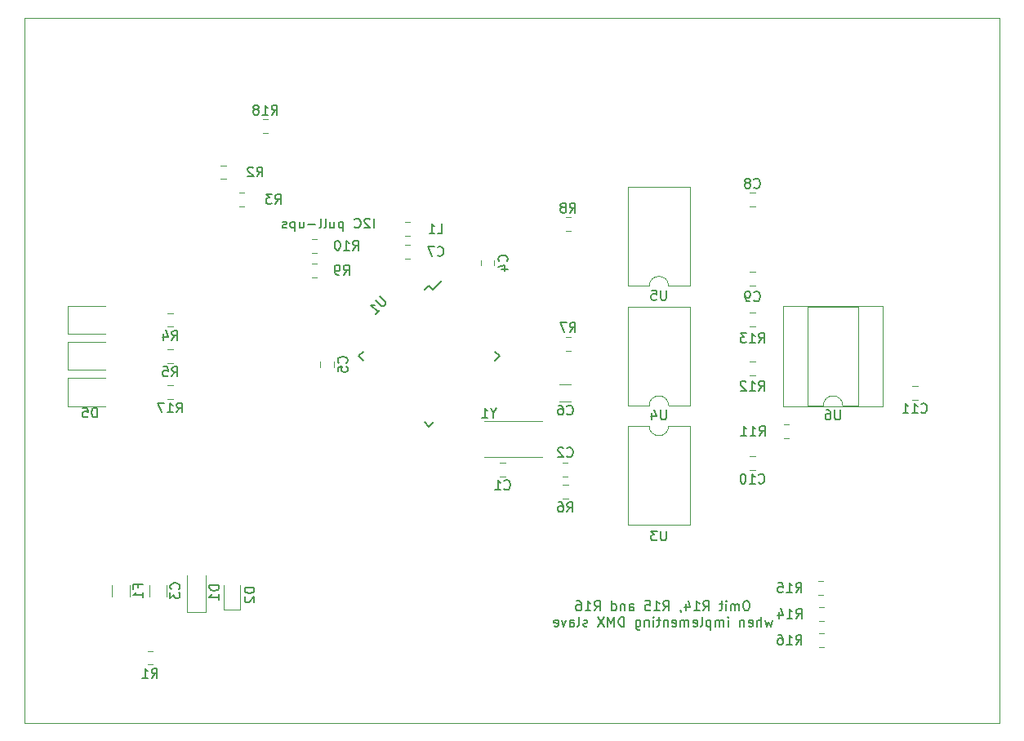
<source format=gbr>
G04 #@! TF.GenerationSoftware,KiCad,Pcbnew,5.1.2+dfsg1-1*
G04 #@! TF.CreationDate,2019-07-22T14:37:20+02:00*
G04 #@! TF.ProjectId,art_controller_3200,6172745f-636f-46e7-9472-6f6c6c65725f,A*
G04 #@! TF.SameCoordinates,Original*
G04 #@! TF.FileFunction,Legend,Bot*
G04 #@! TF.FilePolarity,Positive*
%FSLAX46Y46*%
G04 Gerber Fmt 4.6, Leading zero omitted, Abs format (unit mm)*
G04 Created by KiCad (PCBNEW 5.1.2+dfsg1-1) date 2019-07-22 14:37:20*
%MOMM*%
%LPD*%
G04 APERTURE LIST*
%ADD10C,0.050000*%
%ADD11C,0.150000*%
%ADD12C,0.120000*%
G04 APERTURE END LIST*
D10*
X195326000Y-63754000D02*
X94234000Y-63754000D01*
D11*
X130444285Y-85542380D02*
X130444285Y-84542380D01*
X130015714Y-84637619D02*
X129968095Y-84590000D01*
X129872857Y-84542380D01*
X129634761Y-84542380D01*
X129539523Y-84590000D01*
X129491904Y-84637619D01*
X129444285Y-84732857D01*
X129444285Y-84828095D01*
X129491904Y-84970952D01*
X130063333Y-85542380D01*
X129444285Y-85542380D01*
X128444285Y-85447142D02*
X128491904Y-85494761D01*
X128634761Y-85542380D01*
X128730000Y-85542380D01*
X128872857Y-85494761D01*
X128968095Y-85399523D01*
X129015714Y-85304285D01*
X129063333Y-85113809D01*
X129063333Y-84970952D01*
X129015714Y-84780476D01*
X128968095Y-84685238D01*
X128872857Y-84590000D01*
X128730000Y-84542380D01*
X128634761Y-84542380D01*
X128491904Y-84590000D01*
X128444285Y-84637619D01*
X127253809Y-84875714D02*
X127253809Y-85875714D01*
X127253809Y-84923333D02*
X127158571Y-84875714D01*
X126968095Y-84875714D01*
X126872857Y-84923333D01*
X126825238Y-84970952D01*
X126777619Y-85066190D01*
X126777619Y-85351904D01*
X126825238Y-85447142D01*
X126872857Y-85494761D01*
X126968095Y-85542380D01*
X127158571Y-85542380D01*
X127253809Y-85494761D01*
X125920476Y-84875714D02*
X125920476Y-85542380D01*
X126349047Y-84875714D02*
X126349047Y-85399523D01*
X126301428Y-85494761D01*
X126206190Y-85542380D01*
X126063333Y-85542380D01*
X125968095Y-85494761D01*
X125920476Y-85447142D01*
X125301428Y-85542380D02*
X125396666Y-85494761D01*
X125444285Y-85399523D01*
X125444285Y-84542380D01*
X124777619Y-85542380D02*
X124872857Y-85494761D01*
X124920476Y-85399523D01*
X124920476Y-84542380D01*
X124396666Y-85161428D02*
X123634761Y-85161428D01*
X122730000Y-84875714D02*
X122730000Y-85542380D01*
X123158571Y-84875714D02*
X123158571Y-85399523D01*
X123110952Y-85494761D01*
X123015714Y-85542380D01*
X122872857Y-85542380D01*
X122777619Y-85494761D01*
X122730000Y-85447142D01*
X122253809Y-84875714D02*
X122253809Y-85875714D01*
X122253809Y-84923333D02*
X122158571Y-84875714D01*
X121968095Y-84875714D01*
X121872857Y-84923333D01*
X121825238Y-84970952D01*
X121777619Y-85066190D01*
X121777619Y-85351904D01*
X121825238Y-85447142D01*
X121872857Y-85494761D01*
X121968095Y-85542380D01*
X122158571Y-85542380D01*
X122253809Y-85494761D01*
X121396666Y-85494761D02*
X121301428Y-85542380D01*
X121110952Y-85542380D01*
X121015714Y-85494761D01*
X120968095Y-85399523D01*
X120968095Y-85351904D01*
X121015714Y-85256666D01*
X121110952Y-85209047D01*
X121253809Y-85209047D01*
X121349047Y-85161428D01*
X121396666Y-85066190D01*
X121396666Y-85018571D01*
X121349047Y-84923333D01*
X121253809Y-84875714D01*
X121110952Y-84875714D01*
X121015714Y-84923333D01*
X169162904Y-124230380D02*
X168972428Y-124230380D01*
X168877190Y-124278000D01*
X168781952Y-124373238D01*
X168734333Y-124563714D01*
X168734333Y-124897047D01*
X168781952Y-125087523D01*
X168877190Y-125182761D01*
X168972428Y-125230380D01*
X169162904Y-125230380D01*
X169258142Y-125182761D01*
X169353380Y-125087523D01*
X169401000Y-124897047D01*
X169401000Y-124563714D01*
X169353380Y-124373238D01*
X169258142Y-124278000D01*
X169162904Y-124230380D01*
X168305761Y-125230380D02*
X168305761Y-124563714D01*
X168305761Y-124658952D02*
X168258142Y-124611333D01*
X168162904Y-124563714D01*
X168020047Y-124563714D01*
X167924809Y-124611333D01*
X167877190Y-124706571D01*
X167877190Y-125230380D01*
X167877190Y-124706571D02*
X167829571Y-124611333D01*
X167734333Y-124563714D01*
X167591476Y-124563714D01*
X167496238Y-124611333D01*
X167448619Y-124706571D01*
X167448619Y-125230380D01*
X166972428Y-125230380D02*
X166972428Y-124563714D01*
X166972428Y-124230380D02*
X167020047Y-124278000D01*
X166972428Y-124325619D01*
X166924809Y-124278000D01*
X166972428Y-124230380D01*
X166972428Y-124325619D01*
X166639095Y-124563714D02*
X166258142Y-124563714D01*
X166496238Y-124230380D02*
X166496238Y-125087523D01*
X166448619Y-125182761D01*
X166353380Y-125230380D01*
X166258142Y-125230380D01*
X164591476Y-125230380D02*
X164924809Y-124754190D01*
X165162904Y-125230380D02*
X165162904Y-124230380D01*
X164781952Y-124230380D01*
X164686714Y-124278000D01*
X164639095Y-124325619D01*
X164591476Y-124420857D01*
X164591476Y-124563714D01*
X164639095Y-124658952D01*
X164686714Y-124706571D01*
X164781952Y-124754190D01*
X165162904Y-124754190D01*
X163639095Y-125230380D02*
X164210523Y-125230380D01*
X163924809Y-125230380D02*
X163924809Y-124230380D01*
X164020047Y-124373238D01*
X164115285Y-124468476D01*
X164210523Y-124516095D01*
X162781952Y-124563714D02*
X162781952Y-125230380D01*
X163020047Y-124182761D02*
X163258142Y-124897047D01*
X162639095Y-124897047D01*
X162210523Y-125182761D02*
X162210523Y-125230380D01*
X162258142Y-125325619D01*
X162305761Y-125373238D01*
X160448619Y-125230380D02*
X160781952Y-124754190D01*
X161020047Y-125230380D02*
X161020047Y-124230380D01*
X160639095Y-124230380D01*
X160543857Y-124278000D01*
X160496238Y-124325619D01*
X160448619Y-124420857D01*
X160448619Y-124563714D01*
X160496238Y-124658952D01*
X160543857Y-124706571D01*
X160639095Y-124754190D01*
X161020047Y-124754190D01*
X159496238Y-125230380D02*
X160067666Y-125230380D01*
X159781952Y-125230380D02*
X159781952Y-124230380D01*
X159877190Y-124373238D01*
X159972428Y-124468476D01*
X160067666Y-124516095D01*
X158591476Y-124230380D02*
X159067666Y-124230380D01*
X159115285Y-124706571D01*
X159067666Y-124658952D01*
X158972428Y-124611333D01*
X158734333Y-124611333D01*
X158639095Y-124658952D01*
X158591476Y-124706571D01*
X158543857Y-124801809D01*
X158543857Y-125039904D01*
X158591476Y-125135142D01*
X158639095Y-125182761D01*
X158734333Y-125230380D01*
X158972428Y-125230380D01*
X159067666Y-125182761D01*
X159115285Y-125135142D01*
X156924809Y-125230380D02*
X156924809Y-124706571D01*
X156972428Y-124611333D01*
X157067666Y-124563714D01*
X157258142Y-124563714D01*
X157353380Y-124611333D01*
X156924809Y-125182761D02*
X157020047Y-125230380D01*
X157258142Y-125230380D01*
X157353380Y-125182761D01*
X157401000Y-125087523D01*
X157401000Y-124992285D01*
X157353380Y-124897047D01*
X157258142Y-124849428D01*
X157020047Y-124849428D01*
X156924809Y-124801809D01*
X156448619Y-124563714D02*
X156448619Y-125230380D01*
X156448619Y-124658952D02*
X156401000Y-124611333D01*
X156305761Y-124563714D01*
X156162904Y-124563714D01*
X156067666Y-124611333D01*
X156020047Y-124706571D01*
X156020047Y-125230380D01*
X155115285Y-125230380D02*
X155115285Y-124230380D01*
X155115285Y-125182761D02*
X155210523Y-125230380D01*
X155401000Y-125230380D01*
X155496238Y-125182761D01*
X155543857Y-125135142D01*
X155591476Y-125039904D01*
X155591476Y-124754190D01*
X155543857Y-124658952D01*
X155496238Y-124611333D01*
X155401000Y-124563714D01*
X155210523Y-124563714D01*
X155115285Y-124611333D01*
X153305761Y-125230380D02*
X153639095Y-124754190D01*
X153877190Y-125230380D02*
X153877190Y-124230380D01*
X153496238Y-124230380D01*
X153401000Y-124278000D01*
X153353380Y-124325619D01*
X153305761Y-124420857D01*
X153305761Y-124563714D01*
X153353380Y-124658952D01*
X153401000Y-124706571D01*
X153496238Y-124754190D01*
X153877190Y-124754190D01*
X152353380Y-125230380D02*
X152924809Y-125230380D01*
X152639095Y-125230380D02*
X152639095Y-124230380D01*
X152734333Y-124373238D01*
X152829571Y-124468476D01*
X152924809Y-124516095D01*
X151496238Y-124230380D02*
X151686714Y-124230380D01*
X151781952Y-124278000D01*
X151829571Y-124325619D01*
X151924809Y-124468476D01*
X151972428Y-124658952D01*
X151972428Y-125039904D01*
X151924809Y-125135142D01*
X151877190Y-125182761D01*
X151781952Y-125230380D01*
X151591476Y-125230380D01*
X151496238Y-125182761D01*
X151448619Y-125135142D01*
X151401000Y-125039904D01*
X151401000Y-124801809D01*
X151448619Y-124706571D01*
X151496238Y-124658952D01*
X151591476Y-124611333D01*
X151781952Y-124611333D01*
X151877190Y-124658952D01*
X151924809Y-124706571D01*
X151972428Y-124801809D01*
X171758142Y-126213714D02*
X171567666Y-126880380D01*
X171377190Y-126404190D01*
X171186714Y-126880380D01*
X170996238Y-126213714D01*
X170615285Y-126880380D02*
X170615285Y-125880380D01*
X170186714Y-126880380D02*
X170186714Y-126356571D01*
X170234333Y-126261333D01*
X170329571Y-126213714D01*
X170472428Y-126213714D01*
X170567666Y-126261333D01*
X170615285Y-126308952D01*
X169329571Y-126832761D02*
X169424809Y-126880380D01*
X169615285Y-126880380D01*
X169710523Y-126832761D01*
X169758142Y-126737523D01*
X169758142Y-126356571D01*
X169710523Y-126261333D01*
X169615285Y-126213714D01*
X169424809Y-126213714D01*
X169329571Y-126261333D01*
X169281952Y-126356571D01*
X169281952Y-126451809D01*
X169758142Y-126547047D01*
X168853380Y-126213714D02*
X168853380Y-126880380D01*
X168853380Y-126308952D02*
X168805761Y-126261333D01*
X168710523Y-126213714D01*
X168567666Y-126213714D01*
X168472428Y-126261333D01*
X168424809Y-126356571D01*
X168424809Y-126880380D01*
X167186714Y-126880380D02*
X167186714Y-126213714D01*
X167186714Y-125880380D02*
X167234333Y-125928000D01*
X167186714Y-125975619D01*
X167139095Y-125928000D01*
X167186714Y-125880380D01*
X167186714Y-125975619D01*
X166710523Y-126880380D02*
X166710523Y-126213714D01*
X166710523Y-126308952D02*
X166662904Y-126261333D01*
X166567666Y-126213714D01*
X166424809Y-126213714D01*
X166329571Y-126261333D01*
X166281952Y-126356571D01*
X166281952Y-126880380D01*
X166281952Y-126356571D02*
X166234333Y-126261333D01*
X166139095Y-126213714D01*
X165996238Y-126213714D01*
X165901000Y-126261333D01*
X165853380Y-126356571D01*
X165853380Y-126880380D01*
X165377190Y-126213714D02*
X165377190Y-127213714D01*
X165377190Y-126261333D02*
X165281952Y-126213714D01*
X165091476Y-126213714D01*
X164996238Y-126261333D01*
X164948619Y-126308952D01*
X164901000Y-126404190D01*
X164901000Y-126689904D01*
X164948619Y-126785142D01*
X164996238Y-126832761D01*
X165091476Y-126880380D01*
X165281952Y-126880380D01*
X165377190Y-126832761D01*
X164329571Y-126880380D02*
X164424809Y-126832761D01*
X164472428Y-126737523D01*
X164472428Y-125880380D01*
X163567666Y-126832761D02*
X163662904Y-126880380D01*
X163853380Y-126880380D01*
X163948619Y-126832761D01*
X163996238Y-126737523D01*
X163996238Y-126356571D01*
X163948619Y-126261333D01*
X163853380Y-126213714D01*
X163662904Y-126213714D01*
X163567666Y-126261333D01*
X163520047Y-126356571D01*
X163520047Y-126451809D01*
X163996238Y-126547047D01*
X163091476Y-126880380D02*
X163091476Y-126213714D01*
X163091476Y-126308952D02*
X163043857Y-126261333D01*
X162948619Y-126213714D01*
X162805761Y-126213714D01*
X162710523Y-126261333D01*
X162662904Y-126356571D01*
X162662904Y-126880380D01*
X162662904Y-126356571D02*
X162615285Y-126261333D01*
X162520047Y-126213714D01*
X162377190Y-126213714D01*
X162281952Y-126261333D01*
X162234333Y-126356571D01*
X162234333Y-126880380D01*
X161377190Y-126832761D02*
X161472428Y-126880380D01*
X161662904Y-126880380D01*
X161758142Y-126832761D01*
X161805761Y-126737523D01*
X161805761Y-126356571D01*
X161758142Y-126261333D01*
X161662904Y-126213714D01*
X161472428Y-126213714D01*
X161377190Y-126261333D01*
X161329571Y-126356571D01*
X161329571Y-126451809D01*
X161805761Y-126547047D01*
X160901000Y-126213714D02*
X160901000Y-126880380D01*
X160901000Y-126308952D02*
X160853380Y-126261333D01*
X160758142Y-126213714D01*
X160615285Y-126213714D01*
X160520047Y-126261333D01*
X160472428Y-126356571D01*
X160472428Y-126880380D01*
X160139095Y-126213714D02*
X159758142Y-126213714D01*
X159996238Y-125880380D02*
X159996238Y-126737523D01*
X159948619Y-126832761D01*
X159853380Y-126880380D01*
X159758142Y-126880380D01*
X159424809Y-126880380D02*
X159424809Y-126213714D01*
X159424809Y-125880380D02*
X159472428Y-125928000D01*
X159424809Y-125975619D01*
X159377190Y-125928000D01*
X159424809Y-125880380D01*
X159424809Y-125975619D01*
X158948619Y-126213714D02*
X158948619Y-126880380D01*
X158948619Y-126308952D02*
X158901000Y-126261333D01*
X158805761Y-126213714D01*
X158662904Y-126213714D01*
X158567666Y-126261333D01*
X158520047Y-126356571D01*
X158520047Y-126880380D01*
X157615285Y-126213714D02*
X157615285Y-127023238D01*
X157662904Y-127118476D01*
X157710523Y-127166095D01*
X157805761Y-127213714D01*
X157948619Y-127213714D01*
X158043857Y-127166095D01*
X157615285Y-126832761D02*
X157710523Y-126880380D01*
X157901000Y-126880380D01*
X157996238Y-126832761D01*
X158043857Y-126785142D01*
X158091476Y-126689904D01*
X158091476Y-126404190D01*
X158043857Y-126308952D01*
X157996238Y-126261333D01*
X157901000Y-126213714D01*
X157710523Y-126213714D01*
X157615285Y-126261333D01*
X156377190Y-126880380D02*
X156377190Y-125880380D01*
X156139095Y-125880380D01*
X155996238Y-125928000D01*
X155901000Y-126023238D01*
X155853380Y-126118476D01*
X155805761Y-126308952D01*
X155805761Y-126451809D01*
X155853380Y-126642285D01*
X155901000Y-126737523D01*
X155996238Y-126832761D01*
X156139095Y-126880380D01*
X156377190Y-126880380D01*
X155377190Y-126880380D02*
X155377190Y-125880380D01*
X155043857Y-126594666D01*
X154710523Y-125880380D01*
X154710523Y-126880380D01*
X154329571Y-125880380D02*
X153662904Y-126880380D01*
X153662904Y-125880380D02*
X154329571Y-126880380D01*
X152567666Y-126832761D02*
X152472428Y-126880380D01*
X152281952Y-126880380D01*
X152186714Y-126832761D01*
X152139095Y-126737523D01*
X152139095Y-126689904D01*
X152186714Y-126594666D01*
X152281952Y-126547047D01*
X152424809Y-126547047D01*
X152520047Y-126499428D01*
X152567666Y-126404190D01*
X152567666Y-126356571D01*
X152520047Y-126261333D01*
X152424809Y-126213714D01*
X152281952Y-126213714D01*
X152186714Y-126261333D01*
X151567666Y-126880380D02*
X151662904Y-126832761D01*
X151710523Y-126737523D01*
X151710523Y-125880380D01*
X150758142Y-126880380D02*
X150758142Y-126356571D01*
X150805761Y-126261333D01*
X150901000Y-126213714D01*
X151091476Y-126213714D01*
X151186714Y-126261333D01*
X150758142Y-126832761D02*
X150853380Y-126880380D01*
X151091476Y-126880380D01*
X151186714Y-126832761D01*
X151234333Y-126737523D01*
X151234333Y-126642285D01*
X151186714Y-126547047D01*
X151091476Y-126499428D01*
X150853380Y-126499428D01*
X150758142Y-126451809D01*
X150377190Y-126213714D02*
X150139095Y-126880380D01*
X149901000Y-126213714D01*
X149139095Y-126832761D02*
X149234333Y-126880380D01*
X149424809Y-126880380D01*
X149520047Y-126832761D01*
X149567666Y-126737523D01*
X149567666Y-126356571D01*
X149520047Y-126261333D01*
X149424809Y-126213714D01*
X149234333Y-126213714D01*
X149139095Y-126261333D01*
X149091476Y-126356571D01*
X149091476Y-126451809D01*
X149567666Y-126547047D01*
D10*
X94234000Y-136906000D02*
X94234000Y-63754000D01*
X195326000Y-136906000D02*
X94234000Y-136906000D01*
X195326000Y-63754000D02*
X195326000Y-136906000D01*
D12*
X159000000Y-106080000D02*
G75*
G03X161000000Y-106080000I1000000J0D01*
G01*
X161000000Y-106080000D02*
X163235000Y-106080000D01*
X163235000Y-106080000D02*
X163235000Y-116360000D01*
X163235000Y-116360000D02*
X156765000Y-116360000D01*
X156765000Y-116360000D02*
X156765000Y-106080000D01*
X156765000Y-106080000D02*
X159000000Y-106080000D01*
X143528748Y-111300000D02*
X144051252Y-111300000D01*
X143528748Y-109880000D02*
X144051252Y-109880000D01*
X150038748Y-109870000D02*
X150561252Y-109870000D01*
X150038748Y-111290000D02*
X150561252Y-111290000D01*
X108970000Y-123762064D02*
X108970000Y-122557936D01*
X107150000Y-123762064D02*
X107150000Y-122557936D01*
X141520000Y-89406252D02*
X141520000Y-88883748D01*
X142940000Y-89406252D02*
X142940000Y-88883748D01*
X126320000Y-99951252D02*
X126320000Y-99428748D01*
X124900000Y-99951252D02*
X124900000Y-99428748D01*
X134221252Y-88730000D02*
X133698748Y-88730000D01*
X134221252Y-87310000D02*
X133698748Y-87310000D01*
X169961252Y-83320000D02*
X169438748Y-83320000D01*
X169961252Y-81900000D02*
X169438748Y-81900000D01*
X169961252Y-90070000D02*
X169438748Y-90070000D01*
X169961252Y-91490000D02*
X169438748Y-91490000D01*
X169438748Y-109240000D02*
X169961252Y-109240000D01*
X169438748Y-110660000D02*
X169961252Y-110660000D01*
X186288748Y-103340000D02*
X186811252Y-103340000D01*
X186288748Y-101920000D02*
X186811252Y-101920000D01*
X113030000Y-125400000D02*
X113030000Y-121550000D01*
X111030000Y-125400000D02*
X111030000Y-121550000D01*
X113030000Y-125400000D02*
X111030000Y-125400000D01*
X116590000Y-125100000D02*
X116590000Y-122550000D01*
X114890000Y-125100000D02*
X114890000Y-122550000D01*
X116590000Y-125100000D02*
X114890000Y-125100000D01*
X98715000Y-93600000D02*
X102600000Y-93600000D01*
X98715000Y-96520000D02*
X98715000Y-93600000D01*
X102600000Y-96520000D02*
X98715000Y-96520000D01*
X102600000Y-100280000D02*
X98715000Y-100280000D01*
X98715000Y-100280000D02*
X98715000Y-97360000D01*
X98715000Y-97360000D02*
X102600000Y-97360000D01*
X103310000Y-123782064D02*
X103310000Y-122577936D01*
X105130000Y-123782064D02*
X105130000Y-122577936D01*
X133688748Y-84920000D02*
X134211252Y-84920000D01*
X133688748Y-86340000D02*
X134211252Y-86340000D01*
X106968748Y-130830000D02*
X107491252Y-130830000D01*
X106968748Y-129410000D02*
X107491252Y-129410000D01*
X115101252Y-80450000D02*
X114578748Y-80450000D01*
X115101252Y-79030000D02*
X114578748Y-79030000D01*
X116478748Y-83290000D02*
X117001252Y-83290000D01*
X116478748Y-81870000D02*
X117001252Y-81870000D01*
X109068748Y-95780000D02*
X109591252Y-95780000D01*
X109068748Y-94360000D02*
X109591252Y-94360000D01*
X109068748Y-98120000D02*
X109591252Y-98120000D01*
X109068748Y-99540000D02*
X109591252Y-99540000D01*
X150048748Y-113600000D02*
X150571252Y-113600000D01*
X150048748Y-112180000D02*
X150571252Y-112180000D01*
X150841252Y-98250000D02*
X150318748Y-98250000D01*
X150841252Y-96830000D02*
X150318748Y-96830000D01*
X150841252Y-85860000D02*
X150318748Y-85860000D01*
X150841252Y-84440000D02*
X150318748Y-84440000D01*
X124561252Y-89230000D02*
X124038748Y-89230000D01*
X124561252Y-90650000D02*
X124038748Y-90650000D01*
X124551252Y-88100000D02*
X124028748Y-88100000D01*
X124551252Y-86680000D02*
X124028748Y-86680000D01*
X173461252Y-105940000D02*
X172938748Y-105940000D01*
X173461252Y-107360000D02*
X172938748Y-107360000D01*
X169961252Y-100810000D02*
X169438748Y-100810000D01*
X169961252Y-99390000D02*
X169438748Y-99390000D01*
X169961252Y-95720000D02*
X169438748Y-95720000D01*
X169961252Y-94300000D02*
X169438748Y-94300000D01*
X176578748Y-126310000D02*
X177101252Y-126310000D01*
X176578748Y-124890000D02*
X177101252Y-124890000D01*
X176538748Y-122180000D02*
X177061252Y-122180000D01*
X176538748Y-123600000D02*
X177061252Y-123600000D01*
X176563748Y-129030000D02*
X177086252Y-129030000D01*
X176563748Y-127610000D02*
X177086252Y-127610000D01*
D11*
X136576586Y-91908031D02*
X137478148Y-91006470D01*
X128851445Y-98820000D02*
X129328742Y-98342703D01*
X136170000Y-106138555D02*
X136647297Y-105661258D01*
X143488555Y-98820000D02*
X143011258Y-99297297D01*
X136170000Y-91501445D02*
X135692703Y-91978742D01*
X143488555Y-98820000D02*
X143011258Y-98342703D01*
X136170000Y-106138555D02*
X135692703Y-105661258D01*
X128851445Y-98820000D02*
X129328742Y-99297297D01*
X136170000Y-91501445D02*
X136576586Y-91908031D01*
D12*
X163235000Y-103960000D02*
X161000000Y-103960000D01*
X163235000Y-93680000D02*
X163235000Y-103960000D01*
X156765000Y-93680000D02*
X163235000Y-93680000D01*
X156765000Y-103960000D02*
X156765000Y-93680000D01*
X159000000Y-103960000D02*
X156765000Y-103960000D01*
X161000000Y-103960000D02*
G75*
G03X159000000Y-103960000I-1000000J0D01*
G01*
X163235000Y-91560000D02*
X161000000Y-91560000D01*
X163235000Y-81280000D02*
X163235000Y-91560000D01*
X156765000Y-81280000D02*
X163235000Y-81280000D01*
X156765000Y-91560000D02*
X156765000Y-81280000D01*
X159000000Y-91560000D02*
X156765000Y-91560000D01*
X161000000Y-91560000D02*
G75*
G03X159000000Y-91560000I-1000000J0D01*
G01*
X183190000Y-104020000D02*
X172910000Y-104020000D01*
X183190000Y-93620000D02*
X183190000Y-104020000D01*
X172910000Y-93620000D02*
X183190000Y-93620000D01*
X172910000Y-104020000D02*
X172910000Y-93620000D01*
X180700000Y-103960000D02*
X179050000Y-103960000D01*
X180700000Y-93680000D02*
X180700000Y-103960000D01*
X175400000Y-93680000D02*
X180700000Y-93680000D01*
X175400000Y-103960000D02*
X175400000Y-93680000D01*
X177050000Y-103960000D02*
X175400000Y-103960000D01*
X179050000Y-103960000D02*
G75*
G03X177050000Y-103960000I-1000000J0D01*
G01*
X141910000Y-109270000D02*
X147910000Y-109270000D01*
X141910000Y-105550000D02*
X147910000Y-105550000D01*
X149697936Y-103560000D02*
X150902064Y-103560000D01*
X149697936Y-101740000D02*
X150902064Y-101740000D01*
X102600000Y-104040000D02*
X98715000Y-104040000D01*
X98715000Y-104040000D02*
X98715000Y-101120000D01*
X98715000Y-101120000D02*
X102600000Y-101120000D01*
X109068748Y-103280000D02*
X109591252Y-103280000D01*
X109068748Y-101860000D02*
X109591252Y-101860000D01*
X119461252Y-74280000D02*
X118938748Y-74280000D01*
X119461252Y-75700000D02*
X118938748Y-75700000D01*
D11*
X160761904Y-116972380D02*
X160761904Y-117781904D01*
X160714285Y-117877142D01*
X160666666Y-117924761D01*
X160571428Y-117972380D01*
X160380952Y-117972380D01*
X160285714Y-117924761D01*
X160238095Y-117877142D01*
X160190476Y-117781904D01*
X160190476Y-116972380D01*
X159809523Y-116972380D02*
X159190476Y-116972380D01*
X159523809Y-117353333D01*
X159380952Y-117353333D01*
X159285714Y-117400952D01*
X159238095Y-117448571D01*
X159190476Y-117543809D01*
X159190476Y-117781904D01*
X159238095Y-117877142D01*
X159285714Y-117924761D01*
X159380952Y-117972380D01*
X159666666Y-117972380D01*
X159761904Y-117924761D01*
X159809523Y-117877142D01*
X143956666Y-112597142D02*
X144004285Y-112644761D01*
X144147142Y-112692380D01*
X144242380Y-112692380D01*
X144385238Y-112644761D01*
X144480476Y-112549523D01*
X144528095Y-112454285D01*
X144575714Y-112263809D01*
X144575714Y-112120952D01*
X144528095Y-111930476D01*
X144480476Y-111835238D01*
X144385238Y-111740000D01*
X144242380Y-111692380D01*
X144147142Y-111692380D01*
X144004285Y-111740000D01*
X143956666Y-111787619D01*
X143004285Y-112692380D02*
X143575714Y-112692380D01*
X143290000Y-112692380D02*
X143290000Y-111692380D01*
X143385238Y-111835238D01*
X143480476Y-111930476D01*
X143575714Y-111978095D01*
X150466666Y-109217142D02*
X150514285Y-109264761D01*
X150657142Y-109312380D01*
X150752380Y-109312380D01*
X150895238Y-109264761D01*
X150990476Y-109169523D01*
X151038095Y-109074285D01*
X151085714Y-108883809D01*
X151085714Y-108740952D01*
X151038095Y-108550476D01*
X150990476Y-108455238D01*
X150895238Y-108360000D01*
X150752380Y-108312380D01*
X150657142Y-108312380D01*
X150514285Y-108360000D01*
X150466666Y-108407619D01*
X150085714Y-108407619D02*
X150038095Y-108360000D01*
X149942857Y-108312380D01*
X149704761Y-108312380D01*
X149609523Y-108360000D01*
X149561904Y-108407619D01*
X149514285Y-108502857D01*
X149514285Y-108598095D01*
X149561904Y-108740952D01*
X150133333Y-109312380D01*
X149514285Y-109312380D01*
X110237142Y-122993333D02*
X110284761Y-122945714D01*
X110332380Y-122802857D01*
X110332380Y-122707619D01*
X110284761Y-122564761D01*
X110189523Y-122469523D01*
X110094285Y-122421904D01*
X109903809Y-122374285D01*
X109760952Y-122374285D01*
X109570476Y-122421904D01*
X109475238Y-122469523D01*
X109380000Y-122564761D01*
X109332380Y-122707619D01*
X109332380Y-122802857D01*
X109380000Y-122945714D01*
X109427619Y-122993333D01*
X109332380Y-123326666D02*
X109332380Y-123945714D01*
X109713333Y-123612380D01*
X109713333Y-123755238D01*
X109760952Y-123850476D01*
X109808571Y-123898095D01*
X109903809Y-123945714D01*
X110141904Y-123945714D01*
X110237142Y-123898095D01*
X110284761Y-123850476D01*
X110332380Y-123755238D01*
X110332380Y-123469523D01*
X110284761Y-123374285D01*
X110237142Y-123326666D01*
X144237142Y-88978333D02*
X144284761Y-88930714D01*
X144332380Y-88787857D01*
X144332380Y-88692619D01*
X144284761Y-88549761D01*
X144189523Y-88454523D01*
X144094285Y-88406904D01*
X143903809Y-88359285D01*
X143760952Y-88359285D01*
X143570476Y-88406904D01*
X143475238Y-88454523D01*
X143380000Y-88549761D01*
X143332380Y-88692619D01*
X143332380Y-88787857D01*
X143380000Y-88930714D01*
X143427619Y-88978333D01*
X143665714Y-89835476D02*
X144332380Y-89835476D01*
X143284761Y-89597380D02*
X143999047Y-89359285D01*
X143999047Y-89978333D01*
X127617142Y-99523333D02*
X127664761Y-99475714D01*
X127712380Y-99332857D01*
X127712380Y-99237619D01*
X127664761Y-99094761D01*
X127569523Y-98999523D01*
X127474285Y-98951904D01*
X127283809Y-98904285D01*
X127140952Y-98904285D01*
X126950476Y-98951904D01*
X126855238Y-98999523D01*
X126760000Y-99094761D01*
X126712380Y-99237619D01*
X126712380Y-99332857D01*
X126760000Y-99475714D01*
X126807619Y-99523333D01*
X126712380Y-100428095D02*
X126712380Y-99951904D01*
X127188571Y-99904285D01*
X127140952Y-99951904D01*
X127093333Y-100047142D01*
X127093333Y-100285238D01*
X127140952Y-100380476D01*
X127188571Y-100428095D01*
X127283809Y-100475714D01*
X127521904Y-100475714D01*
X127617142Y-100428095D01*
X127664761Y-100380476D01*
X127712380Y-100285238D01*
X127712380Y-100047142D01*
X127664761Y-99951904D01*
X127617142Y-99904285D01*
X137046666Y-88377142D02*
X137094285Y-88424761D01*
X137237142Y-88472380D01*
X137332380Y-88472380D01*
X137475238Y-88424761D01*
X137570476Y-88329523D01*
X137618095Y-88234285D01*
X137665714Y-88043809D01*
X137665714Y-87900952D01*
X137618095Y-87710476D01*
X137570476Y-87615238D01*
X137475238Y-87520000D01*
X137332380Y-87472380D01*
X137237142Y-87472380D01*
X137094285Y-87520000D01*
X137046666Y-87567619D01*
X136713333Y-87472380D02*
X136046666Y-87472380D01*
X136475238Y-88472380D01*
X169866666Y-81317142D02*
X169914285Y-81364761D01*
X170057142Y-81412380D01*
X170152380Y-81412380D01*
X170295238Y-81364761D01*
X170390476Y-81269523D01*
X170438095Y-81174285D01*
X170485714Y-80983809D01*
X170485714Y-80840952D01*
X170438095Y-80650476D01*
X170390476Y-80555238D01*
X170295238Y-80460000D01*
X170152380Y-80412380D01*
X170057142Y-80412380D01*
X169914285Y-80460000D01*
X169866666Y-80507619D01*
X169295238Y-80840952D02*
X169390476Y-80793333D01*
X169438095Y-80745714D01*
X169485714Y-80650476D01*
X169485714Y-80602857D01*
X169438095Y-80507619D01*
X169390476Y-80460000D01*
X169295238Y-80412380D01*
X169104761Y-80412380D01*
X169009523Y-80460000D01*
X168961904Y-80507619D01*
X168914285Y-80602857D01*
X168914285Y-80650476D01*
X168961904Y-80745714D01*
X169009523Y-80793333D01*
X169104761Y-80840952D01*
X169295238Y-80840952D01*
X169390476Y-80888571D01*
X169438095Y-80936190D01*
X169485714Y-81031428D01*
X169485714Y-81221904D01*
X169438095Y-81317142D01*
X169390476Y-81364761D01*
X169295238Y-81412380D01*
X169104761Y-81412380D01*
X169009523Y-81364761D01*
X168961904Y-81317142D01*
X168914285Y-81221904D01*
X168914285Y-81031428D01*
X168961904Y-80936190D01*
X169009523Y-80888571D01*
X169104761Y-80840952D01*
X169866666Y-93037142D02*
X169914285Y-93084761D01*
X170057142Y-93132380D01*
X170152380Y-93132380D01*
X170295238Y-93084761D01*
X170390476Y-92989523D01*
X170438095Y-92894285D01*
X170485714Y-92703809D01*
X170485714Y-92560952D01*
X170438095Y-92370476D01*
X170390476Y-92275238D01*
X170295238Y-92180000D01*
X170152380Y-92132380D01*
X170057142Y-92132380D01*
X169914285Y-92180000D01*
X169866666Y-92227619D01*
X169390476Y-93132380D02*
X169200000Y-93132380D01*
X169104761Y-93084761D01*
X169057142Y-93037142D01*
X168961904Y-92894285D01*
X168914285Y-92703809D01*
X168914285Y-92322857D01*
X168961904Y-92227619D01*
X169009523Y-92180000D01*
X169104761Y-92132380D01*
X169295238Y-92132380D01*
X169390476Y-92180000D01*
X169438095Y-92227619D01*
X169485714Y-92322857D01*
X169485714Y-92560952D01*
X169438095Y-92656190D01*
X169390476Y-92703809D01*
X169295238Y-92751428D01*
X169104761Y-92751428D01*
X169009523Y-92703809D01*
X168961904Y-92656190D01*
X168914285Y-92560952D01*
X170342857Y-111957142D02*
X170390476Y-112004761D01*
X170533333Y-112052380D01*
X170628571Y-112052380D01*
X170771428Y-112004761D01*
X170866666Y-111909523D01*
X170914285Y-111814285D01*
X170961904Y-111623809D01*
X170961904Y-111480952D01*
X170914285Y-111290476D01*
X170866666Y-111195238D01*
X170771428Y-111100000D01*
X170628571Y-111052380D01*
X170533333Y-111052380D01*
X170390476Y-111100000D01*
X170342857Y-111147619D01*
X169390476Y-112052380D02*
X169961904Y-112052380D01*
X169676190Y-112052380D02*
X169676190Y-111052380D01*
X169771428Y-111195238D01*
X169866666Y-111290476D01*
X169961904Y-111338095D01*
X168771428Y-111052380D02*
X168676190Y-111052380D01*
X168580952Y-111100000D01*
X168533333Y-111147619D01*
X168485714Y-111242857D01*
X168438095Y-111433333D01*
X168438095Y-111671428D01*
X168485714Y-111861904D01*
X168533333Y-111957142D01*
X168580952Y-112004761D01*
X168676190Y-112052380D01*
X168771428Y-112052380D01*
X168866666Y-112004761D01*
X168914285Y-111957142D01*
X168961904Y-111861904D01*
X169009523Y-111671428D01*
X169009523Y-111433333D01*
X168961904Y-111242857D01*
X168914285Y-111147619D01*
X168866666Y-111100000D01*
X168771428Y-111052380D01*
X187192857Y-104637142D02*
X187240476Y-104684761D01*
X187383333Y-104732380D01*
X187478571Y-104732380D01*
X187621428Y-104684761D01*
X187716666Y-104589523D01*
X187764285Y-104494285D01*
X187811904Y-104303809D01*
X187811904Y-104160952D01*
X187764285Y-103970476D01*
X187716666Y-103875238D01*
X187621428Y-103780000D01*
X187478571Y-103732380D01*
X187383333Y-103732380D01*
X187240476Y-103780000D01*
X187192857Y-103827619D01*
X186240476Y-104732380D02*
X186811904Y-104732380D01*
X186526190Y-104732380D02*
X186526190Y-103732380D01*
X186621428Y-103875238D01*
X186716666Y-103970476D01*
X186811904Y-104018095D01*
X185288095Y-104732380D02*
X185859523Y-104732380D01*
X185573809Y-104732380D02*
X185573809Y-103732380D01*
X185669047Y-103875238D01*
X185764285Y-103970476D01*
X185859523Y-104018095D01*
X114387380Y-122588904D02*
X113387380Y-122588904D01*
X113387380Y-122827000D01*
X113435000Y-122969857D01*
X113530238Y-123065095D01*
X113625476Y-123112714D01*
X113815952Y-123160333D01*
X113958809Y-123160333D01*
X114149285Y-123112714D01*
X114244523Y-123065095D01*
X114339761Y-122969857D01*
X114387380Y-122827000D01*
X114387380Y-122588904D01*
X114387380Y-124112714D02*
X114387380Y-123541285D01*
X114387380Y-123827000D02*
X113387380Y-123827000D01*
X113530238Y-123731761D01*
X113625476Y-123636523D01*
X113673095Y-123541285D01*
X118042380Y-122861904D02*
X117042380Y-122861904D01*
X117042380Y-123100000D01*
X117090000Y-123242857D01*
X117185238Y-123338095D01*
X117280476Y-123385714D01*
X117470952Y-123433333D01*
X117613809Y-123433333D01*
X117804285Y-123385714D01*
X117899523Y-123338095D01*
X117994761Y-123242857D01*
X118042380Y-123100000D01*
X118042380Y-122861904D01*
X117137619Y-123814285D02*
X117090000Y-123861904D01*
X117042380Y-123957142D01*
X117042380Y-124195238D01*
X117090000Y-124290476D01*
X117137619Y-124338095D01*
X117232857Y-124385714D01*
X117328095Y-124385714D01*
X117470952Y-124338095D01*
X118042380Y-123766666D01*
X118042380Y-124385714D01*
X105968571Y-122846666D02*
X105968571Y-122513333D01*
X106492380Y-122513333D02*
X105492380Y-122513333D01*
X105492380Y-122989523D01*
X106492380Y-123894285D02*
X106492380Y-123322857D01*
X106492380Y-123608571D02*
X105492380Y-123608571D01*
X105635238Y-123513333D01*
X105730476Y-123418095D01*
X105778095Y-123322857D01*
X137036666Y-86082380D02*
X137512857Y-86082380D01*
X137512857Y-85082380D01*
X136179523Y-86082380D02*
X136750952Y-86082380D01*
X136465238Y-86082380D02*
X136465238Y-85082380D01*
X136560476Y-85225238D01*
X136655714Y-85320476D01*
X136750952Y-85368095D01*
X107396666Y-132222380D02*
X107730000Y-131746190D01*
X107968095Y-132222380D02*
X107968095Y-131222380D01*
X107587142Y-131222380D01*
X107491904Y-131270000D01*
X107444285Y-131317619D01*
X107396666Y-131412857D01*
X107396666Y-131555714D01*
X107444285Y-131650952D01*
X107491904Y-131698571D01*
X107587142Y-131746190D01*
X107968095Y-131746190D01*
X106444285Y-132222380D02*
X107015714Y-132222380D01*
X106730000Y-132222380D02*
X106730000Y-131222380D01*
X106825238Y-131365238D01*
X106920476Y-131460476D01*
X107015714Y-131508095D01*
X118311666Y-80202380D02*
X118645000Y-79726190D01*
X118883095Y-80202380D02*
X118883095Y-79202380D01*
X118502142Y-79202380D01*
X118406904Y-79250000D01*
X118359285Y-79297619D01*
X118311666Y-79392857D01*
X118311666Y-79535714D01*
X118359285Y-79630952D01*
X118406904Y-79678571D01*
X118502142Y-79726190D01*
X118883095Y-79726190D01*
X117930714Y-79297619D02*
X117883095Y-79250000D01*
X117787857Y-79202380D01*
X117549761Y-79202380D01*
X117454523Y-79250000D01*
X117406904Y-79297619D01*
X117359285Y-79392857D01*
X117359285Y-79488095D01*
X117406904Y-79630952D01*
X117978333Y-80202380D01*
X117359285Y-80202380D01*
X120201666Y-83032380D02*
X120535000Y-82556190D01*
X120773095Y-83032380D02*
X120773095Y-82032380D01*
X120392142Y-82032380D01*
X120296904Y-82080000D01*
X120249285Y-82127619D01*
X120201666Y-82222857D01*
X120201666Y-82365714D01*
X120249285Y-82460952D01*
X120296904Y-82508571D01*
X120392142Y-82556190D01*
X120773095Y-82556190D01*
X119868333Y-82032380D02*
X119249285Y-82032380D01*
X119582619Y-82413333D01*
X119439761Y-82413333D01*
X119344523Y-82460952D01*
X119296904Y-82508571D01*
X119249285Y-82603809D01*
X119249285Y-82841904D01*
X119296904Y-82937142D01*
X119344523Y-82984761D01*
X119439761Y-83032380D01*
X119725476Y-83032380D01*
X119820714Y-82984761D01*
X119868333Y-82937142D01*
X109496666Y-97172380D02*
X109830000Y-96696190D01*
X110068095Y-97172380D02*
X110068095Y-96172380D01*
X109687142Y-96172380D01*
X109591904Y-96220000D01*
X109544285Y-96267619D01*
X109496666Y-96362857D01*
X109496666Y-96505714D01*
X109544285Y-96600952D01*
X109591904Y-96648571D01*
X109687142Y-96696190D01*
X110068095Y-96696190D01*
X108639523Y-96505714D02*
X108639523Y-97172380D01*
X108877619Y-96124761D02*
X109115714Y-96839047D01*
X108496666Y-96839047D01*
X109496666Y-100932380D02*
X109830000Y-100456190D01*
X110068095Y-100932380D02*
X110068095Y-99932380D01*
X109687142Y-99932380D01*
X109591904Y-99980000D01*
X109544285Y-100027619D01*
X109496666Y-100122857D01*
X109496666Y-100265714D01*
X109544285Y-100360952D01*
X109591904Y-100408571D01*
X109687142Y-100456190D01*
X110068095Y-100456190D01*
X108591904Y-99932380D02*
X109068095Y-99932380D01*
X109115714Y-100408571D01*
X109068095Y-100360952D01*
X108972857Y-100313333D01*
X108734761Y-100313333D01*
X108639523Y-100360952D01*
X108591904Y-100408571D01*
X108544285Y-100503809D01*
X108544285Y-100741904D01*
X108591904Y-100837142D01*
X108639523Y-100884761D01*
X108734761Y-100932380D01*
X108972857Y-100932380D01*
X109068095Y-100884761D01*
X109115714Y-100837142D01*
X150476666Y-114992380D02*
X150810000Y-114516190D01*
X151048095Y-114992380D02*
X151048095Y-113992380D01*
X150667142Y-113992380D01*
X150571904Y-114040000D01*
X150524285Y-114087619D01*
X150476666Y-114182857D01*
X150476666Y-114325714D01*
X150524285Y-114420952D01*
X150571904Y-114468571D01*
X150667142Y-114516190D01*
X151048095Y-114516190D01*
X149619523Y-113992380D02*
X149810000Y-113992380D01*
X149905238Y-114040000D01*
X149952857Y-114087619D01*
X150048095Y-114230476D01*
X150095714Y-114420952D01*
X150095714Y-114801904D01*
X150048095Y-114897142D01*
X150000476Y-114944761D01*
X149905238Y-114992380D01*
X149714761Y-114992380D01*
X149619523Y-114944761D01*
X149571904Y-114897142D01*
X149524285Y-114801904D01*
X149524285Y-114563809D01*
X149571904Y-114468571D01*
X149619523Y-114420952D01*
X149714761Y-114373333D01*
X149905238Y-114373333D01*
X150000476Y-114420952D01*
X150048095Y-114468571D01*
X150095714Y-114563809D01*
X150746666Y-96342380D02*
X151080000Y-95866190D01*
X151318095Y-96342380D02*
X151318095Y-95342380D01*
X150937142Y-95342380D01*
X150841904Y-95390000D01*
X150794285Y-95437619D01*
X150746666Y-95532857D01*
X150746666Y-95675714D01*
X150794285Y-95770952D01*
X150841904Y-95818571D01*
X150937142Y-95866190D01*
X151318095Y-95866190D01*
X150413333Y-95342380D02*
X149746666Y-95342380D01*
X150175238Y-96342380D01*
X150746666Y-83952380D02*
X151080000Y-83476190D01*
X151318095Y-83952380D02*
X151318095Y-82952380D01*
X150937142Y-82952380D01*
X150841904Y-83000000D01*
X150794285Y-83047619D01*
X150746666Y-83142857D01*
X150746666Y-83285714D01*
X150794285Y-83380952D01*
X150841904Y-83428571D01*
X150937142Y-83476190D01*
X151318095Y-83476190D01*
X150175238Y-83380952D02*
X150270476Y-83333333D01*
X150318095Y-83285714D01*
X150365714Y-83190476D01*
X150365714Y-83142857D01*
X150318095Y-83047619D01*
X150270476Y-83000000D01*
X150175238Y-82952380D01*
X149984761Y-82952380D01*
X149889523Y-83000000D01*
X149841904Y-83047619D01*
X149794285Y-83142857D01*
X149794285Y-83190476D01*
X149841904Y-83285714D01*
X149889523Y-83333333D01*
X149984761Y-83380952D01*
X150175238Y-83380952D01*
X150270476Y-83428571D01*
X150318095Y-83476190D01*
X150365714Y-83571428D01*
X150365714Y-83761904D01*
X150318095Y-83857142D01*
X150270476Y-83904761D01*
X150175238Y-83952380D01*
X149984761Y-83952380D01*
X149889523Y-83904761D01*
X149841904Y-83857142D01*
X149794285Y-83761904D01*
X149794285Y-83571428D01*
X149841904Y-83476190D01*
X149889523Y-83428571D01*
X149984761Y-83380952D01*
X127306666Y-90392380D02*
X127640000Y-89916190D01*
X127878095Y-90392380D02*
X127878095Y-89392380D01*
X127497142Y-89392380D01*
X127401904Y-89440000D01*
X127354285Y-89487619D01*
X127306666Y-89582857D01*
X127306666Y-89725714D01*
X127354285Y-89820952D01*
X127401904Y-89868571D01*
X127497142Y-89916190D01*
X127878095Y-89916190D01*
X126830476Y-90392380D02*
X126640000Y-90392380D01*
X126544761Y-90344761D01*
X126497142Y-90297142D01*
X126401904Y-90154285D01*
X126354285Y-89963809D01*
X126354285Y-89582857D01*
X126401904Y-89487619D01*
X126449523Y-89440000D01*
X126544761Y-89392380D01*
X126735238Y-89392380D01*
X126830476Y-89440000D01*
X126878095Y-89487619D01*
X126925714Y-89582857D01*
X126925714Y-89820952D01*
X126878095Y-89916190D01*
X126830476Y-89963809D01*
X126735238Y-90011428D01*
X126544761Y-90011428D01*
X126449523Y-89963809D01*
X126401904Y-89916190D01*
X126354285Y-89820952D01*
X128282857Y-87842380D02*
X128616190Y-87366190D01*
X128854285Y-87842380D02*
X128854285Y-86842380D01*
X128473333Y-86842380D01*
X128378095Y-86890000D01*
X128330476Y-86937619D01*
X128282857Y-87032857D01*
X128282857Y-87175714D01*
X128330476Y-87270952D01*
X128378095Y-87318571D01*
X128473333Y-87366190D01*
X128854285Y-87366190D01*
X127330476Y-87842380D02*
X127901904Y-87842380D01*
X127616190Y-87842380D02*
X127616190Y-86842380D01*
X127711428Y-86985238D01*
X127806666Y-87080476D01*
X127901904Y-87128095D01*
X126711428Y-86842380D02*
X126616190Y-86842380D01*
X126520952Y-86890000D01*
X126473333Y-86937619D01*
X126425714Y-87032857D01*
X126378095Y-87223333D01*
X126378095Y-87461428D01*
X126425714Y-87651904D01*
X126473333Y-87747142D01*
X126520952Y-87794761D01*
X126616190Y-87842380D01*
X126711428Y-87842380D01*
X126806666Y-87794761D01*
X126854285Y-87747142D01*
X126901904Y-87651904D01*
X126949523Y-87461428D01*
X126949523Y-87223333D01*
X126901904Y-87032857D01*
X126854285Y-86937619D01*
X126806666Y-86890000D01*
X126711428Y-86842380D01*
X170402857Y-107082380D02*
X170736190Y-106606190D01*
X170974285Y-107082380D02*
X170974285Y-106082380D01*
X170593333Y-106082380D01*
X170498095Y-106130000D01*
X170450476Y-106177619D01*
X170402857Y-106272857D01*
X170402857Y-106415714D01*
X170450476Y-106510952D01*
X170498095Y-106558571D01*
X170593333Y-106606190D01*
X170974285Y-106606190D01*
X169450476Y-107082380D02*
X170021904Y-107082380D01*
X169736190Y-107082380D02*
X169736190Y-106082380D01*
X169831428Y-106225238D01*
X169926666Y-106320476D01*
X170021904Y-106368095D01*
X168498095Y-107082380D02*
X169069523Y-107082380D01*
X168783809Y-107082380D02*
X168783809Y-106082380D01*
X168879047Y-106225238D01*
X168974285Y-106320476D01*
X169069523Y-106368095D01*
X170352857Y-102402380D02*
X170686190Y-101926190D01*
X170924285Y-102402380D02*
X170924285Y-101402380D01*
X170543333Y-101402380D01*
X170448095Y-101450000D01*
X170400476Y-101497619D01*
X170352857Y-101592857D01*
X170352857Y-101735714D01*
X170400476Y-101830952D01*
X170448095Y-101878571D01*
X170543333Y-101926190D01*
X170924285Y-101926190D01*
X169400476Y-102402380D02*
X169971904Y-102402380D01*
X169686190Y-102402380D02*
X169686190Y-101402380D01*
X169781428Y-101545238D01*
X169876666Y-101640476D01*
X169971904Y-101688095D01*
X169019523Y-101497619D02*
X168971904Y-101450000D01*
X168876666Y-101402380D01*
X168638571Y-101402380D01*
X168543333Y-101450000D01*
X168495714Y-101497619D01*
X168448095Y-101592857D01*
X168448095Y-101688095D01*
X168495714Y-101830952D01*
X169067142Y-102402380D01*
X168448095Y-102402380D01*
X170342857Y-97442380D02*
X170676190Y-96966190D01*
X170914285Y-97442380D02*
X170914285Y-96442380D01*
X170533333Y-96442380D01*
X170438095Y-96490000D01*
X170390476Y-96537619D01*
X170342857Y-96632857D01*
X170342857Y-96775714D01*
X170390476Y-96870952D01*
X170438095Y-96918571D01*
X170533333Y-96966190D01*
X170914285Y-96966190D01*
X169390476Y-97442380D02*
X169961904Y-97442380D01*
X169676190Y-97442380D02*
X169676190Y-96442380D01*
X169771428Y-96585238D01*
X169866666Y-96680476D01*
X169961904Y-96728095D01*
X169057142Y-96442380D02*
X168438095Y-96442380D01*
X168771428Y-96823333D01*
X168628571Y-96823333D01*
X168533333Y-96870952D01*
X168485714Y-96918571D01*
X168438095Y-97013809D01*
X168438095Y-97251904D01*
X168485714Y-97347142D01*
X168533333Y-97394761D01*
X168628571Y-97442380D01*
X168914285Y-97442380D01*
X169009523Y-97394761D01*
X169057142Y-97347142D01*
X174222857Y-126042380D02*
X174556190Y-125566190D01*
X174794285Y-126042380D02*
X174794285Y-125042380D01*
X174413333Y-125042380D01*
X174318095Y-125090000D01*
X174270476Y-125137619D01*
X174222857Y-125232857D01*
X174222857Y-125375714D01*
X174270476Y-125470952D01*
X174318095Y-125518571D01*
X174413333Y-125566190D01*
X174794285Y-125566190D01*
X173270476Y-126042380D02*
X173841904Y-126042380D01*
X173556190Y-126042380D02*
X173556190Y-125042380D01*
X173651428Y-125185238D01*
X173746666Y-125280476D01*
X173841904Y-125328095D01*
X172413333Y-125375714D02*
X172413333Y-126042380D01*
X172651428Y-124994761D02*
X172889523Y-125709047D01*
X172270476Y-125709047D01*
X174202857Y-123342380D02*
X174536190Y-122866190D01*
X174774285Y-123342380D02*
X174774285Y-122342380D01*
X174393333Y-122342380D01*
X174298095Y-122390000D01*
X174250476Y-122437619D01*
X174202857Y-122532857D01*
X174202857Y-122675714D01*
X174250476Y-122770952D01*
X174298095Y-122818571D01*
X174393333Y-122866190D01*
X174774285Y-122866190D01*
X173250476Y-123342380D02*
X173821904Y-123342380D01*
X173536190Y-123342380D02*
X173536190Y-122342380D01*
X173631428Y-122485238D01*
X173726666Y-122580476D01*
X173821904Y-122628095D01*
X172345714Y-122342380D02*
X172821904Y-122342380D01*
X172869523Y-122818571D01*
X172821904Y-122770952D01*
X172726666Y-122723333D01*
X172488571Y-122723333D01*
X172393333Y-122770952D01*
X172345714Y-122818571D01*
X172298095Y-122913809D01*
X172298095Y-123151904D01*
X172345714Y-123247142D01*
X172393333Y-123294761D01*
X172488571Y-123342380D01*
X172726666Y-123342380D01*
X172821904Y-123294761D01*
X172869523Y-123247142D01*
X174202857Y-128752380D02*
X174536190Y-128276190D01*
X174774285Y-128752380D02*
X174774285Y-127752380D01*
X174393333Y-127752380D01*
X174298095Y-127800000D01*
X174250476Y-127847619D01*
X174202857Y-127942857D01*
X174202857Y-128085714D01*
X174250476Y-128180952D01*
X174298095Y-128228571D01*
X174393333Y-128276190D01*
X174774285Y-128276190D01*
X173250476Y-128752380D02*
X173821904Y-128752380D01*
X173536190Y-128752380D02*
X173536190Y-127752380D01*
X173631428Y-127895238D01*
X173726666Y-127990476D01*
X173821904Y-128038095D01*
X172393333Y-127752380D02*
X172583809Y-127752380D01*
X172679047Y-127800000D01*
X172726666Y-127847619D01*
X172821904Y-127990476D01*
X172869523Y-128180952D01*
X172869523Y-128561904D01*
X172821904Y-128657142D01*
X172774285Y-128704761D01*
X172679047Y-128752380D01*
X172488571Y-128752380D01*
X172393333Y-128704761D01*
X172345714Y-128657142D01*
X172298095Y-128561904D01*
X172298095Y-128323809D01*
X172345714Y-128228571D01*
X172393333Y-128180952D01*
X172488571Y-128133333D01*
X172679047Y-128133333D01*
X172774285Y-128180952D01*
X172821904Y-128228571D01*
X172869523Y-128323809D01*
X131053576Y-92626080D02*
X131625996Y-93198500D01*
X131659668Y-93299515D01*
X131659668Y-93366859D01*
X131625996Y-93467874D01*
X131491309Y-93602561D01*
X131390294Y-93636233D01*
X131322950Y-93636233D01*
X131221935Y-93602561D01*
X130649515Y-93030141D01*
X130649515Y-94444355D02*
X131053576Y-94040294D01*
X130851546Y-94242324D02*
X130144439Y-93535218D01*
X130312798Y-93568889D01*
X130447485Y-93568889D01*
X130548500Y-93535218D01*
X160761904Y-104412380D02*
X160761904Y-105221904D01*
X160714285Y-105317142D01*
X160666666Y-105364761D01*
X160571428Y-105412380D01*
X160380952Y-105412380D01*
X160285714Y-105364761D01*
X160238095Y-105317142D01*
X160190476Y-105221904D01*
X160190476Y-104412380D01*
X159285714Y-104745714D02*
X159285714Y-105412380D01*
X159523809Y-104364761D02*
X159761904Y-105079047D01*
X159142857Y-105079047D01*
X160761904Y-92012380D02*
X160761904Y-92821904D01*
X160714285Y-92917142D01*
X160666666Y-92964761D01*
X160571428Y-93012380D01*
X160380952Y-93012380D01*
X160285714Y-92964761D01*
X160238095Y-92917142D01*
X160190476Y-92821904D01*
X160190476Y-92012380D01*
X159238095Y-92012380D02*
X159714285Y-92012380D01*
X159761904Y-92488571D01*
X159714285Y-92440952D01*
X159619047Y-92393333D01*
X159380952Y-92393333D01*
X159285714Y-92440952D01*
X159238095Y-92488571D01*
X159190476Y-92583809D01*
X159190476Y-92821904D01*
X159238095Y-92917142D01*
X159285714Y-92964761D01*
X159380952Y-93012380D01*
X159619047Y-93012380D01*
X159714285Y-92964761D01*
X159761904Y-92917142D01*
X178811904Y-104412380D02*
X178811904Y-105221904D01*
X178764285Y-105317142D01*
X178716666Y-105364761D01*
X178621428Y-105412380D01*
X178430952Y-105412380D01*
X178335714Y-105364761D01*
X178288095Y-105317142D01*
X178240476Y-105221904D01*
X178240476Y-104412380D01*
X177335714Y-104412380D02*
X177526190Y-104412380D01*
X177621428Y-104460000D01*
X177669047Y-104507619D01*
X177764285Y-104650476D01*
X177811904Y-104840952D01*
X177811904Y-105221904D01*
X177764285Y-105317142D01*
X177716666Y-105364761D01*
X177621428Y-105412380D01*
X177430952Y-105412380D01*
X177335714Y-105364761D01*
X177288095Y-105317142D01*
X177240476Y-105221904D01*
X177240476Y-104983809D01*
X177288095Y-104888571D01*
X177335714Y-104840952D01*
X177430952Y-104793333D01*
X177621428Y-104793333D01*
X177716666Y-104840952D01*
X177764285Y-104888571D01*
X177811904Y-104983809D01*
X142856190Y-104746190D02*
X142856190Y-105222380D01*
X143189523Y-104222380D02*
X142856190Y-104746190D01*
X142522857Y-104222380D01*
X141665714Y-105222380D02*
X142237142Y-105222380D01*
X141951428Y-105222380D02*
X141951428Y-104222380D01*
X142046666Y-104365238D01*
X142141904Y-104460476D01*
X142237142Y-104508095D01*
X150466666Y-104827142D02*
X150514285Y-104874761D01*
X150657142Y-104922380D01*
X150752380Y-104922380D01*
X150895238Y-104874761D01*
X150990476Y-104779523D01*
X151038095Y-104684285D01*
X151085714Y-104493809D01*
X151085714Y-104350952D01*
X151038095Y-104160476D01*
X150990476Y-104065238D01*
X150895238Y-103970000D01*
X150752380Y-103922380D01*
X150657142Y-103922380D01*
X150514285Y-103970000D01*
X150466666Y-104017619D01*
X149609523Y-103922380D02*
X149800000Y-103922380D01*
X149895238Y-103970000D01*
X149942857Y-104017619D01*
X150038095Y-104160476D01*
X150085714Y-104350952D01*
X150085714Y-104731904D01*
X150038095Y-104827142D01*
X149990476Y-104874761D01*
X149895238Y-104922380D01*
X149704761Y-104922380D01*
X149609523Y-104874761D01*
X149561904Y-104827142D01*
X149514285Y-104731904D01*
X149514285Y-104493809D01*
X149561904Y-104398571D01*
X149609523Y-104350952D01*
X149704761Y-104303333D01*
X149895238Y-104303333D01*
X149990476Y-104350952D01*
X150038095Y-104398571D01*
X150085714Y-104493809D01*
X101738095Y-105177380D02*
X101738095Y-104177380D01*
X101500000Y-104177380D01*
X101357142Y-104225000D01*
X101261904Y-104320238D01*
X101214285Y-104415476D01*
X101166666Y-104605952D01*
X101166666Y-104748809D01*
X101214285Y-104939285D01*
X101261904Y-105034523D01*
X101357142Y-105129761D01*
X101500000Y-105177380D01*
X101738095Y-105177380D01*
X100261904Y-104177380D02*
X100738095Y-104177380D01*
X100785714Y-104653571D01*
X100738095Y-104605952D01*
X100642857Y-104558333D01*
X100404761Y-104558333D01*
X100309523Y-104605952D01*
X100261904Y-104653571D01*
X100214285Y-104748809D01*
X100214285Y-104986904D01*
X100261904Y-105082142D01*
X100309523Y-105129761D01*
X100404761Y-105177380D01*
X100642857Y-105177380D01*
X100738095Y-105129761D01*
X100785714Y-105082142D01*
X109972857Y-104672380D02*
X110306190Y-104196190D01*
X110544285Y-104672380D02*
X110544285Y-103672380D01*
X110163333Y-103672380D01*
X110068095Y-103720000D01*
X110020476Y-103767619D01*
X109972857Y-103862857D01*
X109972857Y-104005714D01*
X110020476Y-104100952D01*
X110068095Y-104148571D01*
X110163333Y-104196190D01*
X110544285Y-104196190D01*
X109020476Y-104672380D02*
X109591904Y-104672380D01*
X109306190Y-104672380D02*
X109306190Y-103672380D01*
X109401428Y-103815238D01*
X109496666Y-103910476D01*
X109591904Y-103958095D01*
X108687142Y-103672380D02*
X108020476Y-103672380D01*
X108449047Y-104672380D01*
X119842857Y-73792380D02*
X120176190Y-73316190D01*
X120414285Y-73792380D02*
X120414285Y-72792380D01*
X120033333Y-72792380D01*
X119938095Y-72840000D01*
X119890476Y-72887619D01*
X119842857Y-72982857D01*
X119842857Y-73125714D01*
X119890476Y-73220952D01*
X119938095Y-73268571D01*
X120033333Y-73316190D01*
X120414285Y-73316190D01*
X118890476Y-73792380D02*
X119461904Y-73792380D01*
X119176190Y-73792380D02*
X119176190Y-72792380D01*
X119271428Y-72935238D01*
X119366666Y-73030476D01*
X119461904Y-73078095D01*
X118319047Y-73220952D02*
X118414285Y-73173333D01*
X118461904Y-73125714D01*
X118509523Y-73030476D01*
X118509523Y-72982857D01*
X118461904Y-72887619D01*
X118414285Y-72840000D01*
X118319047Y-72792380D01*
X118128571Y-72792380D01*
X118033333Y-72840000D01*
X117985714Y-72887619D01*
X117938095Y-72982857D01*
X117938095Y-73030476D01*
X117985714Y-73125714D01*
X118033333Y-73173333D01*
X118128571Y-73220952D01*
X118319047Y-73220952D01*
X118414285Y-73268571D01*
X118461904Y-73316190D01*
X118509523Y-73411428D01*
X118509523Y-73601904D01*
X118461904Y-73697142D01*
X118414285Y-73744761D01*
X118319047Y-73792380D01*
X118128571Y-73792380D01*
X118033333Y-73744761D01*
X117985714Y-73697142D01*
X117938095Y-73601904D01*
X117938095Y-73411428D01*
X117985714Y-73316190D01*
X118033333Y-73268571D01*
X118128571Y-73220952D01*
M02*

</source>
